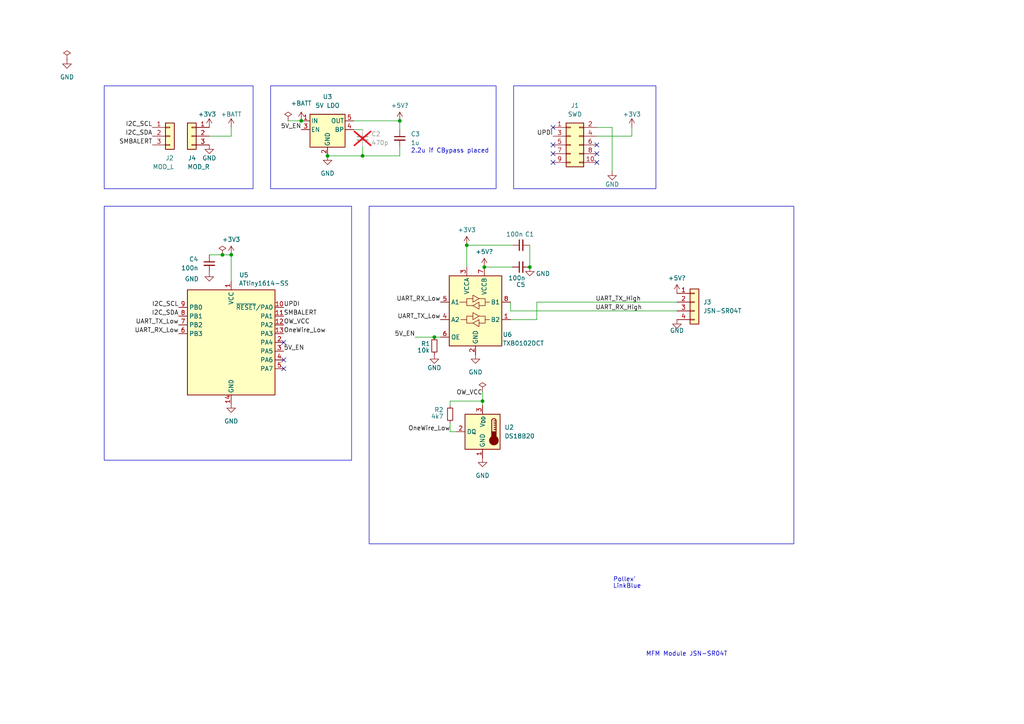
<source format=kicad_sch>
(kicad_sch (version 20231120) (generator "eeschema") (generator_version "8.0")
  (paper "A4")
  (lib_symbols
    (symbol "Connector_Generic:Conn_01x03" (pin_names (offset 1.016) hide)
      (property "Reference" "J" (at 0 5.08 0))
      (property "Value" "Conn_01x03" (at 0 -5.08 0))
      (symbol "Conn_01x03_1_1"
        (rectangle (start -1.27 -2.413) (end 0 -2.667) (stroke (width 0.1524)))
        (rectangle (start -1.27 0.127) (end 0 -0.127) (stroke (width 0.1524)))
        (rectangle (start -1.27 2.667) (end 0 2.413) (stroke (width 0.1524)))
        (rectangle (start -1.27 3.81) (end 1.27 -3.81) (stroke (width 0.254)) (fill (type background)))
        (pin passive line (at -5.08 2.54 0) (length 3.81) (name "Pin_1") (number "1"))
        (pin passive line (at -5.08 0 0) (length 3.81) (name "Pin_2") (number "2"))
        (pin passive line (at -5.08 -2.54 0) (length 3.81) (name "Pin_3") (number "3"))
      )
    )
    (symbol "Connector_Generic:Conn_01x04" (pin_names (offset 1.016) hide)
      (property "Reference" "J" (at 0 5.08 0))
      (property "Value" "Conn_01x04" (at 0 -7.62 0))
      (symbol "Conn_01x04_1_1"
        (rectangle (start -1.27 -4.953) (end 0 -5.207) (stroke (width 0.1524)))
        (rectangle (start -1.27 -2.413) (end 0 -2.667) (stroke (width 0.1524)))
        (rectangle (start -1.27 0.127) (end 0 -0.127) (stroke (width 0.1524)))
        (rectangle (start -1.27 2.667) (end 0 2.413) (stroke (width 0.1524)))
        (rectangle (start -1.27 3.81) (end 1.27 -6.35) (stroke (width 0.254)) (fill (type background)))
        (pin passive line (at -5.08 2.54 0) (length 3.81) (name "Pin_1") (number "1"))
        (pin passive line (at -5.08 0 0) (length 3.81) (name "Pin_2") (number "2"))
        (pin passive line (at -5.08 -2.54 0) (length 3.81) (name "Pin_3") (number "3"))
        (pin passive line (at -5.08 -5.08 0) (length 3.81) (name "Pin_4") (number "4"))
      )
    )
    (symbol "Connector_Generic:Conn_02x05_Odd_Even" (pin_names (offset 1.016) hide)
      (property "Reference" "J" (at 1.27 7.62 0))
      (property "Value" "Conn_02x05_Odd_Even" (at 1.27 -7.62 0))
      (symbol "Conn_02x05_Odd_Even_1_1"
        (rectangle (start -1.27 -4.953) (end 0 -5.207) (stroke (width 0.1524)))
        (rectangle (start -1.27 -2.413) (end 0 -2.667) (stroke (width 0.1524)))
        (rectangle (start -1.27 0.127) (end 0 -0.127) (stroke (width 0.1524)))
        (rectangle (start -1.27 2.667) (end 0 2.413) (stroke (width 0.1524)))
        (rectangle (start -1.27 5.207) (end 0 4.953) (stroke (width 0.1524)))
        (rectangle (start -1.27 6.35) (end 3.81 -6.35) (stroke (width 0.254)) (fill (type background)))
        (rectangle (start 3.81 -4.953) (end 2.54 -5.207) (stroke (width 0.1524)))
        (rectangle (start 3.81 -2.413) (end 2.54 -2.667) (stroke (width 0.1524)))
        (rectangle (start 3.81 0.127) (end 2.54 -0.127) (stroke (width 0.1524)))
        (rectangle (start 3.81 2.667) (end 2.54 2.413) (stroke (width 0.1524)))
        (rectangle (start 3.81 5.207) (end 2.54 4.953) (stroke (width 0.1524)))
        (pin passive line (at -5.08 5.08 0) (length 3.81) (name "Pin_1") (number "1"))
        (pin passive line (at 7.62 -5.08 180) (length 3.81) (name "Pin_10") (number "10"))
        (pin passive line (at 7.62 5.08 180) (length 3.81) (name "Pin_2") (number "2"))
        (pin passive line (at -5.08 2.54 0) (length 3.81) (name "Pin_3") (number "3"))
        (pin passive line (at 7.62 2.54 180) (length 3.81) (name "Pin_4") (number "4"))
        (pin passive line (at -5.08 0 0) (length 3.81) (name "Pin_5") (number "5"))
        (pin passive line (at 7.62 0 180) (length 3.81) (name "Pin_6") (number "6"))
        (pin passive line (at -5.08 -2.54 0) (length 3.81) (name "Pin_7") (number "7"))
        (pin passive line (at 7.62 -2.54 180) (length 3.81) (name "Pin_8") (number "8"))
        (pin passive line (at -5.08 -5.08 0) (length 3.81) (name "Pin_9") (number "9"))
      )
    )
    (symbol "Device:C_Small" (pin_numbers hide) (pin_names (offset 0.254) hide)
      (property "Reference" "C" (at 0.254 1.778 0))
      (property "Value" "C_Small" (at 0.254 -2.032 0))
      (symbol "C_Small_0_1"
        (polyline (pts (xy -1.524 -0.508) (xy 1.524 -0.508)) (stroke (width 0.3302)))
        (polyline (pts (xy -1.524 0.508) (xy 1.524 0.508)) (stroke (width 0.3048)))
      )
      (symbol "C_Small_1_1"
        (pin passive line (at 0 2.54 270) (length 2.032) (name "~") (number "1"))
        (pin passive line (at 0 -2.54 90) (length 2.032) (name "~") (number "2"))
      )
    )
    (symbol "Device:R_Small" (pin_numbers hide) (pin_names (offset 0.254) hide)
      (property "Reference" "R" (at 0.762 0.508 0))
      (property "Value" "R_Small" (at 0.762 -1.016 0))
      (symbol "R_Small_0_1"
        (rectangle (start -0.762 1.778) (end 0.762 -1.778) (stroke (width 0.2032)))
      )
      (symbol "R_Small_1_1"
        (pin passive line (at 0 2.54 270) (length 0.762) (name "~") (number "1"))
        (pin passive line (at 0 -2.54 90) (length 0.762) (name "~") (number "2"))
      )
    )
    (symbol "Logic_LevelTranslator:TXB0102DCT"
      (property "Reference" "U" (at -6.35 11.43 0))
      (property "Value" "TXB0102DCT" (at 3.81 11.43 0))
      (symbol "TXB0102DCT_0_1"
        (rectangle (start -7.62 10.16) (end 7.62 -10.16) (stroke (width 0.254)) (fill (type background)))
        (polyline (pts (xy -2.54 -2.54) (xy -2.54 -1.524) (xy -0.762 -1.524)))
        (polyline (pts (xy -2.54 2.54) (xy -2.54 3.556) (xy -0.762 3.556)))
        (polyline (pts (xy 2.794 -2.54) (xy 2.794 -3.556) (xy 1.016 -3.556)))
        (polyline (pts (xy 2.794 2.54) (xy 2.794 1.524) (xy 1.016 1.524)))
        (polyline (pts (xy -0.762 -3.556) (xy -2.54 -3.556) (xy -2.54 -2.54) (xy -4.318 -2.54)))
        (polyline (pts (xy -0.762 -2.54) (xy -0.762 -0.508) (xy 1.016 -1.524) (xy -0.762 -2.54)) (fill (type background)))
        (polyline (pts (xy -0.762 1.524) (xy -2.54 1.524) (xy -2.54 2.54) (xy -4.572 2.54)))
        (polyline (pts (xy -0.762 2.54) (xy -0.762 4.572) (xy 1.016 3.556) (xy -0.762 2.54)))
        (polyline (pts (xy 1.016 -2.54) (xy 1.016 -4.572) (xy -0.762 -3.556) (xy 1.016 -2.54)))
        (polyline (pts (xy 1.016 -1.524) (xy 2.794 -1.524) (xy 2.794 -2.54) (xy 4.064 -2.54)))
        (polyline (pts (xy 1.016 3.556) (xy 2.794 3.556) (xy 2.794 2.54) (xy 4.064 2.54)))
        (polyline (pts (xy 1.016 2.54) (xy 1.016 0.762) (xy 1.016 0.508) (xy -0.762 1.524) (xy 1.016 2.54)))
      )
      (symbol "TXB0102DCT_1_1"
        (pin bidirectional line (at 10.16 -2.54 180) (length 2.54) (name "B2") (number "1"))
        (pin power_in line (at 0 -12.7 90) (length 2.54) (name "GND") (number "2"))
        (pin power_in line (at -2.54 12.7 270) (length 2.54) (name "VCCA") (number "3"))
        (pin bidirectional line (at -10.16 -2.54 0) (length 2.54) (name "A2") (number "4"))
        (pin bidirectional line (at -10.16 2.54 0) (length 2.54) (name "A1") (number "5"))
        (pin input line (at -10.16 -7.62 0) (length 2.54) (name "OE") (number "6"))
        (pin power_in line (at 2.54 12.7 270) (length 2.54) (name "VCCB") (number "7"))
        (pin bidirectional line (at 10.16 2.54 180) (length 2.54) (name "B1") (number "8"))
      )
    )
    (symbol "MCU_Microchip_ATtiny:ATtiny1614-SS"
      (property "Reference" "U" (at -12.7 16.51 0))
      (property "Value" "ATtiny1614-SS" (at 2.54 -16.51 0))
      (symbol "ATtiny1614-SS_0_1"
        (rectangle (start -12.7 -15.24) (end 12.7 15.24) (stroke (width 0.254)) (fill (type background)))
      )
      (symbol "ATtiny1614-SS_1_1"
        (pin power_in line (at 0 17.78 270) (length 2.54) (name "VCC") (number "1"))
        (pin bidirectional line (at 15.24 10.16 180) (length 2.54) (name "~{RESET}/PA0") (number "10"))
        (pin bidirectional line (at 15.24 7.62 180) (length 2.54) (name "PA1") (number "11"))
        (pin bidirectional line (at 15.24 5.08 180) (length 2.54) (name "PA2") (number "12"))
        (pin bidirectional line (at 15.24 2.54 180) (length 2.54) (name "PA3") (number "13"))
        (pin power_in line (at 0 -17.78 90) (length 2.54) (name "GND") (number "14"))
        (pin bidirectional line (at 15.24 0 180) (length 2.54) (name "PA4") (number "2"))
        (pin bidirectional line (at 15.24 -2.54 180) (length 2.54) (name "PA5") (number "3"))
        (pin bidirectional line (at 15.24 -5.08 180) (length 2.54) (name "PA6") (number "4"))
        (pin bidirectional line (at 15.24 -7.62 180) (length 2.54) (name "PA7") (number "5"))
        (pin bidirectional line (at -15.24 2.54 0) (length 2.54) (name "PB3") (number "6"))
        (pin bidirectional line (at -15.24 5.08 0) (length 2.54) (name "PB2") (number "7"))
        (pin bidirectional line (at -15.24 7.62 0) (length 2.54) (name "PB1") (number "8"))
        (pin bidirectional line (at -15.24 10.16 0) (length 2.54) (name "PB0") (number "9"))
      )
    )
    (symbol "Regulator_Linear:MIC5205-5.0YM5" (pin_names (offset 0.254))
      (property "Reference" "U" (at -3.81 5.715 0))
      (property "Value" "MIC5205-5.0YM5" (at 0 5.715 0))
      (symbol "MIC5205-5.0YM5_0_1"
        (rectangle (start -5.08 4.445) (end 5.08 -5.08) (stroke (width 0.254)) (fill (type background)))
      )
      (symbol "MIC5205-5.0YM5_1_1"
        (pin power_in line (at -7.62 2.54 0) (length 2.54) (name "IN") (number "1"))
        (pin power_in line (at 0 -7.62 90) (length 2.54) (name "GND") (number "2"))
        (pin input line (at -7.62 0 0) (length 2.54) (name "EN") (number "3"))
        (pin input line (at 7.62 0 180) (length 2.54) (name "BP") (number "4"))
        (pin power_out line (at 7.62 2.54 180) (length 2.54) (name "OUT") (number "5"))
      )
    )
    (symbol "Sensor_Temperature:DS18B20"
      (property "Reference" "U" (at -3.81 6.35 0))
      (property "Value" "DS18B20" (at 6.35 6.35 0))
      (symbol "DS18B20_0_1"
        (rectangle (start -5.08 5.08) (end 5.08 -5.08) (stroke (width 0.254)) (fill (type background)))
        (circle (center -3.302 -2.54) (radius 1.27) (stroke (width 0.254)) (fill (type outline)))
        (rectangle (start -2.667 -1.905) (end -3.937 0) (stroke (width 0.254)) (fill (type outline)))
        (arc (start -2.667 3.175) (mid -3.302 3.8073) (end -3.937 3.175) (stroke (width 0.254)))
        (polyline (pts (xy -3.937 0.635) (xy -3.302 0.635)) (stroke (width 0.254)))
        (polyline (pts (xy -3.937 1.27) (xy -3.302 1.27)) (stroke (width 0.254)))
        (polyline (pts (xy -3.937 1.905) (xy -3.302 1.905)) (stroke (width 0.254)))
        (polyline (pts (xy -3.937 2.54) (xy -3.302 2.54)) (stroke (width 0.254)))
        (polyline (pts (xy -3.937 3.175) (xy -3.937 0)) (stroke (width 0.254)))
        (polyline (pts (xy -3.937 3.175) (xy -3.302 3.175)) (stroke (width 0.254)))
        (polyline (pts (xy -2.667 3.175) (xy -2.667 0)) (stroke (width 0.254)))
      )
      (symbol "DS18B20_1_1"
        (pin power_in line (at 0 -7.62 90) (length 2.54) (name "GND") (number "1"))
        (pin bidirectional line (at 7.62 0 180) (length 2.54) (name "DQ") (number "2"))
        (pin power_in line (at 0 7.62 270) (length 2.54) (name "V_{DD}") (number "3"))
      )
    )
    (symbol "power:+3V3" (power) (pin_names (offset 0))
      (property "Value" "+3V3" (at 0 3.556 0))
      (symbol "+3V3_0_1"
        (polyline (pts (xy -0.762 1.27) (xy 0 2.54)))
        (polyline (pts (xy 0 0) (xy 0 2.54)))
        (polyline (pts (xy 0 2.54) (xy 0.762 1.27)))
      )
      (symbol "+3V3_1_1"
        (pin power_in line (at 0 0 90) (length 0) hide (name "+3V3") (number "1"))
      )
    )
    (symbol "power:+BATT" (power) (pin_names (offset 0))
      (property "Value" "+BATT" (at 0 3.556 0))
      (symbol "+BATT_0_1"
        (polyline (pts (xy -0.762 1.27) (xy 0 2.54)))
        (polyline (pts (xy 0 0) (xy 0 2.54)))
        (polyline (pts (xy 0 2.54) (xy 0.762 1.27)))
      )
      (symbol "+BATT_1_1"
        (pin power_in line (at 0 0 90) (length 0) hide (name "+BATT") (number "1"))
      )
    )
    (symbol "power:GND" (power) (pin_names (offset 0))
      (property "Value" "GND" (at 0 -3.81 0))
      (symbol "GND_0_1"
        (polyline (pts (xy 0 0) (xy 0 -1.27) (xy 1.27 -1.27) (xy 0 -2.54) (xy -1.27 -1.27) (xy 0 -1.27)))
      )
      (symbol "GND_1_1"
        (pin power_in line (at 0 0 270) (length 0) hide (name "GND") (number "1"))
      )
    )
    (symbol "power:PWR_FLAG" (power) (pin_numbers hide) (pin_names (offset 0) hide)
      (property "Value" "PWR_FLAG" (at 0 3.81 0))
      (symbol "PWR_FLAG_0_0"
        (pin power_out line (at 0 0 90) (length 0) (name "pwr") (number "1"))
      )
      (symbol "PWR_FLAG_0_1"
        (polyline (pts (xy 0 0) (xy 0 1.27) (xy -1.016 1.905) (xy 0 2.54) (xy 1.016 1.905) (xy 0 1.27)))
      )
    )
    (symbol "project:+5V?" (power) (pin_names (offset 0))
      (property "Value" "+5V?" (at 0 3.556 0))
      (symbol "+5V?_0_1"
        (polyline (pts (xy -0.762 1.27) (xy 0 2.54)))
        (polyline (pts (xy 0 0) (xy 0 2.54)))
        (polyline (pts (xy 0 2.54) (xy 0.762 1.27)))
      )
      (symbol "+5V?_1_1"
        (pin power_in line (at 0 0 90) (length 0) hide (name "+5V?") (number "1"))
      )
    )
  )
  (junction (at 87.376 35.052))
  (junction (at 115.951 35.052))
  (junction (at 67.056 73.914))
  (junction (at 153.67 77.47))
  (junction (at 140.462 77.47))
  (junction (at 139.954 116.332))
  (junction (at 105.156 45.212))
  (junction (at 135.382 71.12))
  (junction (at 125.984 97.79))
  (junction (at 64.516 73.914))
  (junction (at 94.996 45.212))
  (no_connect (at 160.401 36.957))
  (no_connect (at 82.296 106.934))
  (no_connect (at 173.101 44.577))
  (no_connect (at 82.296 99.314))
  (no_connect (at 82.296 104.394))
  (no_connect (at 160.401 47.117))
  (no_connect (at 173.101 47.117))
  (no_connect (at 173.101 42.037))
  (no_connect (at 160.401 42.037))
  (no_connect (at 160.401 44.577))
  (wire (pts (xy 115.951 45.212) (xy 115.951 42.672)))
  (wire (pts (xy 177.546 36.957) (xy 173.101 36.957)))
  (wire (pts (xy 130.556 125.222) (xy 132.334 125.222)))
  (wire (pts (xy 135.382 71.12) (xy 135.382 77.47)))
  (wire (pts (xy 67.056 73.914) (xy 67.056 81.534)))
  (wire (pts (xy 139.954 113.538) (xy 139.954 116.332)))
  (wire (pts (xy 153.67 71.12) (xy 153.67 77.47)))
  (wire (pts (xy 105.156 45.212) (xy 105.156 42.672)))
  (wire (pts (xy 115.951 35.052) (xy 115.951 37.592)))
  (wire (pts (xy 102.616 35.052) (xy 115.951 35.052)))
  (wire (pts (xy 183.261 39.497) (xy 173.101 39.497)))
  (wire (pts (xy 60.706 73.914) (xy 64.516 73.914)))
  (wire (pts (xy 148.082 90.17) (xy 196.342 90.17)))
  (wire (pts (xy 105.156 45.212) (xy 115.951 45.212)))
  (wire (pts (xy 183.261 36.957) (xy 183.261 39.497)))
  (wire (pts (xy 155.702 87.63) (xy 196.342 87.63)))
  (wire (pts (xy 155.702 92.71) (xy 148.082 92.71)))
  (wire (pts (xy 94.996 45.212) (xy 105.156 45.212)))
  (wire (pts (xy 83.566 35.052) (xy 87.376 35.052)))
  (wire (pts (xy 125.984 97.79) (xy 127.762 97.79)))
  (wire (pts (xy 130.556 117.602) (xy 130.556 116.332)))
  (wire (pts (xy 67.056 36.957) (xy 67.056 39.497)))
  (wire (pts (xy 120.396 97.79) (xy 125.984 97.79)))
  (wire (pts (xy 130.556 122.682) (xy 130.556 125.222)))
  (wire (pts (xy 155.702 87.63) (xy 155.702 92.71)))
  (wire (pts (xy 139.954 116.332) (xy 139.954 117.602)))
  (wire (pts (xy 130.556 116.332) (xy 139.954 116.332)))
  (wire (pts (xy 135.382 71.12) (xy 148.59 71.12)))
  (wire (pts (xy 67.056 39.497) (xy 60.706 39.497)))
  (wire (pts (xy 102.616 37.592) (xy 105.156 37.592)))
  (wire (pts (xy 148.082 90.17) (xy 148.082 87.63)))
  (wire (pts (xy 140.462 77.47) (xy 148.59 77.47)))
  (wire (pts (xy 177.546 36.957) (xy 177.546 49.657)))
  (wire (pts (xy 64.516 73.914) (xy 67.056 73.914)))
  (rectangle (start 30.226 59.817) (end 101.981 133.477))
  (rectangle (start 107.061 59.817) (end 230.251 157.734))
  (rectangle (start 30.226 24.892) (end 73.406 54.737))
  (rectangle (start 78.486 24.892) (end 143.891 54.737))
  (rectangle (start 148.971 24.892) (end 190.246 54.737))
  (text "LinkBlue" (at 177.8 170.815 0) (effects (font (size 1.27 1.27)) (justify left bottom)))
  (text "2.2u if CBypass placed" (at 119.126 44.577 0) (effects (font (size 1.27 1.27)) (justify left bottom)))
  (text "MFM Module JSN-SR04T" (at 187.325 190.5 0) (effects (font (size 1.27 1.27)) (justify left bottom)))
  (text "Pollex'" (at 177.8 168.91 0) (effects (font (size 1.27 1.27)) (justify left bottom)))
  (label "I2C_SCL" (at 51.816 89.154 180))
  (label "5V_EN" (at 87.376 37.592 180))
  (label "UPDI" (at 82.296 89.154 0))
  (label "UART_RX_Low" (at 51.816 96.774 180))
  (label "I2C_SCL" (at 44.196 36.957 180))
  (label "UART_TX_High" (at 172.72 87.63 0))
  (label "UART_RX_Low" (at 127.762 87.63 180))
  (label "SMBALERT" (at 44.196 42.037 180))
  (label "OneWire_Low" (at 82.296 96.774 0))
  (label "OW_VCC" (at 139.954 114.808 180))
  (label "UART_RX_High" (at 172.72 90.17 0))
  (label "UART_TX_Low" (at 51.816 94.234 180))
  (label "I2C_SDA" (at 51.816 91.694 180))
  (label "UART_TX_Low" (at 127.762 92.71 180))
  (label "OneWire_Low" (at 130.556 125.222 180))
  (label "SMBALERT" (at 82.296 91.694 0))
  (label "5V_EN" (at 120.396 97.79 180))
  (label "5V_EN" (at 82.296 101.854 0))
  (label "UPDI" (at 160.401 39.497 180))
  (label "I2C_SDA" (at 44.196 39.497 180))
  (label "OW_VCC" (at 82.296 94.234 0))
  (symbol (lib_id "Device:C_Small") (at 60.706 76.454 0) (mirror y) (unit 1)
    (property "Reference" "C4" (at 57.531 75.1903 0) (effects (justify left)))
    (property "Value" "100n" (at 57.531 77.7303 0) (effects (justify left)))
    (property "Footprint" "Capacitor_SMD:C_0603_1608Metric" (effects (hide yes)))
  )
  (symbol (lib_id "Sensor_Temperature:DS18B20") (at 139.954 125.222 0) (mirror y) (unit 1)
    (property "Reference" "U2" (at 146.304 123.952 0) (effects (justify right)))
    (property "Value" "DS18B20" (at 146.304 126.492 0) (effects (justify right)))
    (property "Footprint" "Library:TE-Connectivity_3_pin_terminal_block" (effects (hide yes)))
    (property "Datasheet" "http://datasheets.maximintegrated.com/en/ds/DS18B20.pdf" (effects (hide yes)))
  )
  (symbol (lib_id "Regulator_Linear:MIC5205-5.0YM5") (at 94.996 37.592 0) (unit 1)
    (property "Reference" "U3" (at 94.996 28.067 0))
    (property "Value" "5V LDO" (at 94.996 30.607 0))
    (property "Footprint" "Package_TO_SOT_SMD:SOT-23-5" (effects (hide yes)))
    (property "Datasheet" "http://ww1.microchip.com/downloads/en/DeviceDoc/20005785A.pdf" (effects (hide yes)))
  )
  (symbol (lib_id "Connector_Generic:Conn_01x03") (at 55.626 39.497 0) (mirror y) (unit 1)
    (property "Reference" "J4" (at 56.896 45.847 0) (effects (justify left)))
    (property "Value" "MOD_R" (at 54.356 48.387 0) (effects (justify right)))
    (property "Footprint" "Connector_PinSocket_2.54mm:PinSocket_1x03_P2.54mm_Vertical" (effects (hide yes)))
  )
  (symbol (lib_id "Logic_LevelTranslator:TXB0102DCT") (at 137.922 90.17 0) (unit 1)
    (property "Reference" "U6" (at 145.796 97.028 0) (effects (justify left)))
    (property "Value" "TXB0102DCT" (at 145.796 99.568 0) (effects (justify left)))
    (property "Footprint" "Package_SO:TSSOP-8_3x3mm_P0.65mm" (effects (hide yes)))
    (property "Datasheet" "http://www.ti.com/lit/ds/symlink/txb0102.pdf" (effects (hide yes)))
  )
  (symbol (lib_id "power:GND") (at 60.706 78.994 0) (unit 1)
    (property "Reference" "#PWR021" (effects (hide yes)))
    (property "Value" "GND" (at 55.626 80.899 0))
  )
  (symbol (lib_id "power:GND") (at 60.706 42.037 0) (unit 1)
    (property "Reference" "#PWR010" (effects (hide yes)))
    (property "Value" "GND" (at 60.706 45.847 0))
  )
  (symbol (lib_id "power:+BATT") (at 87.376 35.052 0) (unit 1)
    (property "Reference" "#PWR011" (effects (hide yes)))
    (property "Value" "+BATT" (at 87.376 29.972 0))
  )
  (symbol (lib_id "Connector_Generic:Conn_02x05_Odd_Even") (at 165.481 42.037 0) (unit 1)
    (property "Reference" "J1" (at 166.751 30.607 0))
    (property "Value" "SWD" (at 166.751 33.147 0))
    (property "Footprint" "Connector:Tag-Connect_TC2050-IDC-NL_2x05_P1.27mm_Vertical" (effects (hide yes)))
  )
  (symbol (lib_id "power:+BATT") (at 67.056 36.957 0) (unit 1)
    (property "Reference" "#PWR09" (effects (hide yes)))
    (property "Value" "+BATT" (at 67.056 33.147 0))
  )
  (symbol (lib_id "power:GND") (at 196.342 92.71 0) (unit 1)
    (property "Reference" "#PWR05" (effects (hide yes)))
    (property "Value" "GND" (at 196.342 95.885 0))
  )
  (symbol (lib_id "project:+5V?") (at 140.462 77.47 0) (mirror y) (unit 1)
    (property "Reference" "#PWR017" (effects (hide yes)))
    (property "Value" "+5V?" (at 140.462 73.025 0))
  )
  (symbol (lib_id "power:+3V3") (at 135.382 71.12 0) (unit 1)
    (property "Reference" "#PWR016" (effects (hide yes)))
    (property "Value" "+3V3" (at 135.382 66.675 0))
  )
  (symbol (lib_id "power:+3V3") (at 67.056 73.914 0) (unit 1)
    (property "Reference" "#PWR022" (effects (hide yes)))
    (property "Value" "+3V3" (at 67.056 69.469 0))
  )
  (symbol (lib_id "Device:C_Small") (at 115.951 40.132 0) (unit 1)
    (property "Reference" "C3" (at 119.126 38.8683 0) (effects (justify left)))
    (property "Value" "1u" (at 119.126 41.4083 0) (effects (justify left)))
    (property "Footprint" "Capacitor_SMD:C_0603_1608Metric" (effects (hide yes)))
  )
  (symbol (lib_id "Connector_Generic:Conn_01x03") (at 49.276 39.497 0) (unit 1)
    (property "Reference" "J2" (at 48.006 45.847 0) (effects (justify left)))
    (property "Value" "MOD_L" (at 50.546 48.387 0) (effects (justify right)))
    (property "Footprint" "Connector_PinSocket_2.54mm:PinSocket_1x03_P2.54mm_Vertical" (effects (hide yes)))
  )
  (symbol (lib_id "Device:C_Small") (at 151.13 71.12 90) (unit 1)
    (property "Reference" "C1" (at 154.94 67.945 90) (effects (justify left)))
    (property "Value" "100n" (at 151.765 67.945 90) (effects (justify left)))
    (property "Footprint" "Capacitor_SMD:C_0603_1608Metric" (effects (hide yes)))
  )
  (symbol (lib_id "power:GND") (at 67.056 117.094 0) (unit 1)
    (property "Reference" "#PWR01" (effects (hide yes)))
    (property "Value" "GND" (at 67.056 122.174 0))
  )
  (symbol (lib_id "Device:C_Small") (at 105.156 40.132 0) (unit 1) (dnp yes)
    (property "Reference" "C2" (at 107.696 38.8683 0) (effects (justify left)))
    (property "Value" "470p" (at 107.696 41.4083 0) (effects (justify left)))
    (property "Footprint" "Capacitor_SMD:C_0603_1608Metric" (effects (hide yes)))
  )
  (symbol (lib_id "power:PWR_FLAG") (at 139.954 113.538 0) (unit 1)
    (property "Reference" "#FLG02" (effects (hide yes)))
    (property "Value" "PWR_FLAG" (effects (hide yes)))
  )
  (symbol (lib_id "power:+3V3") (at 183.261 36.957 0) (unit 1)
    (property "Reference" "#PWR015" (effects (hide yes)))
    (property "Value" "+3V3" (at 183.261 33.147 0))
  )
  (symbol (lib_id "project:+5V?") (at 115.951 35.052 0) (unit 1)
    (property "Reference" "#PWR07" (effects (hide yes)))
    (property "Value" "+5V?" (at 115.951 30.607 0))
  )
  (symbol (lib_id "power:GND") (at 125.984 102.87 0) (unit 1)
    (property "Reference" "#PWR020" (effects (hide yes)))
    (property "Value" "GND" (at 125.984 106.68 0))
  )
  (symbol (lib_id "power:PWR_FLAG") (at 64.516 73.914 0) (unit 1)
    (property "Reference" "#FLG04" (effects (hide yes)))
    (property "Value" "PWR_FLAG" (effects (hide yes)))
  )
  (symbol (lib_id "MCU_Microchip_ATtiny:ATtiny1614-SS") (at 67.056 99.314 0) (unit 1)
    (property "Reference" "U5" (at 69.342 79.756 0) (effects (justify left)))
    (property "Value" "ATtiny1614-SS" (at 69.2501 82.169 0) (effects (justify left)))
    (property "Footprint" "Package_SO:SOIC-14_3.9x8.7mm_P1.27mm" (effects (hide yes)))
    (property "Datasheet" "http://ww1.microchip.com/downloads/en/DeviceDoc/ATtiny1614-data-sheet-40001995A.pdf" (effects (hide yes)))
  )
  (symbol (lib_id "power:PWR_FLAG") (at 19.431 17.272 0) (unit 1)
    (property "Reference" "#FLG03" (effects (hide yes)))
    (property "Value" "PWR_FLAG" (effects (hide yes)))
  )
  (symbol (lib_id "Device:C_Small") (at 151.13 77.47 90) (mirror x) (unit 1)
    (property "Reference" "C5" (at 152.4 82.55 90) (effects (justify left)))
    (property "Value" "100n" (at 152.4 80.645 90) (effects (justify left)))
    (property "Footprint" "Capacitor_SMD:C_0603_1608Metric" (effects (hide yes)))
  )
  (symbol (lib_id "power:GND") (at 177.546 49.657 0) (unit 1)
    (property "Reference" "#PWR06" (effects (hide yes)))
    (property "Value" "GND" (at 177.546 53.467 0))
  )
  (symbol (lib_id "power:GND") (at 94.996 45.212 0) (unit 1)
    (property "Reference" "#PWR04" (effects (hide yes)))
    (property "Value" "GND" (at 94.996 50.292 0))
  )
  (symbol (lib_id "Device:R_Small") (at 130.556 120.142 0) (unit 1)
    (property "Reference" "R2" (at 128.651 118.872 0) (effects (justify right)))
    (property "Value" "4k7" (at 128.651 120.777 0) (effects (justify right)))
    (property "Footprint" "Resistor_SMD:R_0603_1608Metric" (effects (hide yes)))
  )
  (symbol (lib_id "power:PWR_FLAG") (at 83.566 35.052 0) (unit 1)
    (property "Reference" "#FLG01" (effects (hide yes)))
    (property "Value" "PWR_FLAG" (effects (hide yes)))
  )
  (symbol (lib_id "project:+5V?") (at 196.342 85.09 0) (unit 1)
    (property "Reference" "#PWR014" (effects (hide yes)))
    (property "Value" "+5V?" (at 196.342 80.645 0))
  )
  (symbol (lib_id "power:GND") (at 139.954 132.842 0) (unit 1)
    (property "Reference" "#PWR02" (effects (hide yes)))
    (property "Value" "GND" (at 139.954 137.922 0))
  )
  (symbol (lib_id "Device:R_Small") (at 125.984 100.33 180) (unit 1)
    (property "Reference" "R1" (at 123.444 99.695 0))
    (property "Value" "10k" (at 122.809 101.6 0))
    (property "Footprint" "Resistor_SMD:R_0603_1608Metric" (effects (hide yes)))
  )
  (symbol (lib_id "power:+3V3") (at 60.706 36.957 0) (unit 1)
    (property "Reference" "#PWR08" (effects (hide yes)))
    (property "Value" "+3V3" (at 60.071 33.147 0))
  )
  (symbol (lib_id "power:GND") (at 19.431 17.272 0) (unit 1)
    (property "Reference" "#PWR019" (effects (hide yes)))
    (property "Value" "GND" (at 19.431 22.352 0))
  )
  (symbol (lib_id "power:GND") (at 153.67 77.47 0) (unit 1)
    (property "Reference" "#PWR03" (effects (hide yes)))
    (property "Value" "GND" (at 157.48 79.375 0))
  )
  (symbol (lib_id "power:GND") (at 137.922 102.87 0) (unit 1)
    (property "Reference" "#PWR018" (effects (hide yes)))
    (property "Value" "GND" (at 137.922 107.95 0))
  )
  (symbol (lib_id "Connector_Generic:Conn_01x04") (at 201.422 87.63 0) (unit 1)
    (property "Reference" "J3" (at 203.962 87.63 0) (effects (justify left)))
    (property "Value" "JSN-SR04T" (at 203.962 90.17 0) (effects (justify left)))
    (property "Footprint" "Connector_PinHeader_2.54mm:PinHeader_1x04_P2.54mm_Vertical" (effects (hide yes)))
  )
)
</source>
